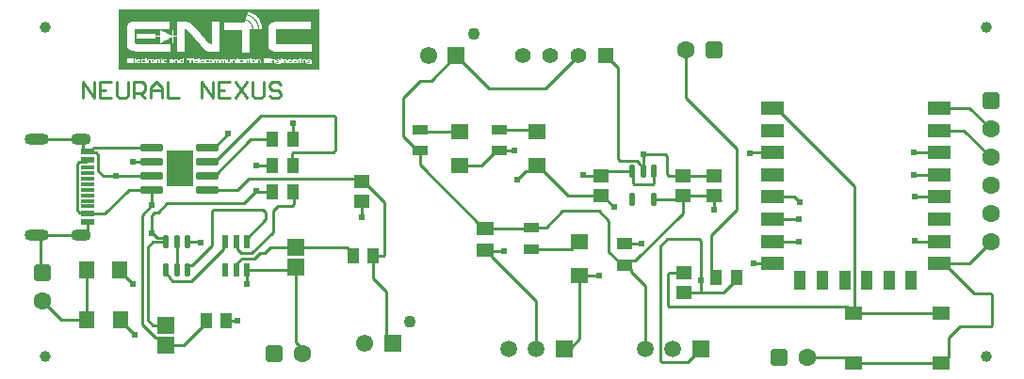
<source format=gtl>
%FSTAX23Y23*%
%MOIN*%
%SFA1B1*%

%IPPOS*%
%AMD31*
4,1,8,0.011600,-0.018000,0.011600,0.018000,0.005800,0.023800,-0.005800,0.023800,-0.011600,0.018000,-0.011600,-0.018000,-0.005800,-0.023800,0.005800,-0.023800,0.011600,-0.018000,0.0*
1,1,0.011614,0.005800,-0.018000*
1,1,0.011614,0.005800,0.018000*
1,1,0.011614,-0.005800,0.018000*
1,1,0.011614,-0.005800,-0.018000*
%
%AMD33*
4,1,8,0.035800,0.011800,-0.035800,0.011800,-0.038800,0.008900,-0.038800,-0.008900,-0.035800,-0.011800,0.035800,-0.011800,0.038800,-0.008900,0.038800,0.008900,0.035800,0.011800,0.0*
1,1,0.005906,0.035800,0.008900*
1,1,0.005906,-0.035800,0.008900*
1,1,0.005906,-0.035800,-0.008900*
1,1,0.005906,0.035800,-0.008900*
%
%AMD51*
4,1,8,0.043300,0.000000,0.043300,0.000000,0.023600,0.019700,-0.023600,0.019700,-0.043300,0.000000,-0.043300,0.000000,-0.023600,-0.019700,0.023600,-0.019700,0.043300,0.000000,0.0*
1,1,0.039370,0.023600,0.000000*
1,1,0.039370,0.023600,0.000000*
1,1,0.039370,-0.023600,0.000000*
1,1,0.039370,-0.023600,0.000000*
%
%AMD52*
4,1,8,0.035400,0.000000,0.035400,0.000000,0.015700,0.019700,-0.015700,0.019700,-0.035400,0.000000,-0.035400,0.000000,-0.015700,-0.019700,0.015700,-0.019700,0.035400,0.000000,0.0*
1,1,0.039370,0.015700,0.000000*
1,1,0.039370,0.015700,0.000000*
1,1,0.039370,-0.015700,0.000000*
1,1,0.039370,-0.015700,0.000000*
%
%AMD64*
4,1,8,0.015700,0.031500,-0.015700,0.031500,-0.031500,0.015700,-0.031500,-0.015700,-0.015700,-0.031500,0.015700,-0.031500,0.031500,-0.015700,0.031500,0.015700,0.015700,0.031500,0.0*
1,1,0.031496,0.015700,0.015700*
1,1,0.031496,-0.015700,0.015700*
1,1,0.031496,-0.015700,-0.015700*
1,1,0.031496,0.015700,-0.015700*
%
%AMD68*
4,1,8,0.031500,-0.015700,0.031500,0.015700,0.015700,0.031500,-0.015700,0.031500,-0.031500,0.015700,-0.031500,-0.015700,-0.015700,-0.031500,0.015700,-0.031500,0.031500,-0.015700,0.0*
1,1,0.031496,0.015700,-0.015700*
1,1,0.031496,0.015700,0.015700*
1,1,0.031496,-0.015700,0.015700*
1,1,0.031496,-0.015700,-0.015700*
%
%ADD13C,0.010000*%
%ADD18R,0.043307X0.066929*%
%ADD19R,0.078740X0.047244*%
%ADD20R,0.045275X0.023622*%
%ADD21R,0.045275X0.011811*%
%ADD22R,0.057087X0.045275*%
%ADD23R,0.039764X0.054331*%
%ADD24R,0.054331X0.039764*%
%ADD25R,0.039370X0.053150*%
%ADD26R,0.023228X0.047638*%
%ADD27R,0.061024X0.051181*%
%ADD28R,0.054331X0.036220*%
%ADD29R,0.062992X0.055118*%
%ADD30R,0.059441X0.051421*%
G04~CAMADD=31~8~0.0~0.0~476.4~232.3~58.1~0.0~15~0.0~0.0~0.0~0.0~0~0.0~0.0~0.0~0.0~0~0.0~0.0~0.0~270.0~232.0~476.0*
%ADD31D31*%
%ADD32R,0.061268X0.059236*%
G04~CAMADD=33~8~0.0~0.0~775.6~236.2~29.5~0.0~15~0.0~0.0~0.0~0.0~0~0.0~0.0~0.0~0.0~0~0.0~0.0~0.0~0.0~775.6~236.2*
%ADD33D33*%
%ADD34R,0.055118X0.062992*%
G04~CAMADD=51~8~0.0~0.0~393.7~866.1~196.9~0.0~15~0.0~0.0~0.0~0.0~0~0.0~0.0~0.0~0.0~0~0.0~0.0~0.0~270.0~866.0~394.0*
%ADD51D51*%
G04~CAMADD=52~8~0.0~0.0~393.7~708.7~196.9~0.0~15~0.0~0.0~0.0~0.0~0~0.0~0.0~0.0~0.0~0~0.0~0.0~0.0~270.0~707.0~393.0*
%ADD52D52*%
%ADD56R,0.061024X0.061024*%
%ADD57C,0.061024*%
%ADD58C,0.043307*%
%ADD59R,0.055118X0.055118*%
%ADD60C,0.055118*%
%ADD62R,0.095000X0.130000*%
%ADD63C,0.039370*%
G04~CAMADD=64~8~0.0~0.0~629.9~629.9~157.5~0.0~15~0.0~0.0~0.0~0.0~0~0.0~0.0~0.0~0.0~0~0.0~0.0~0.0~0.0~629.9~629.9*
%ADD64D64*%
%ADD65C,0.062992*%
%ADD66C,0.059370*%
%ADD67R,0.059370X0.059370*%
G04~CAMADD=68~8~0.0~0.0~629.9~629.9~157.5~0.0~15~0.0~0.0~0.0~0.0~0~0.0~0.0~0.0~0.0~0~0.0~0.0~0.0~270.0~630.0~630.0*
%ADD68D68*%
%ADD69C,0.024000*%
%LNflowmeter-1*%
%LPD*%
G36*
X01073Y01333D02*
Y01332D01*
Y01331*
Y01331*
Y0133*
Y01329*
Y01328*
Y01328*
Y01327*
Y01326*
Y01325*
Y01325*
Y01324*
Y01323*
Y01322*
Y01321*
Y01321*
Y0132*
Y01319*
Y01318*
Y01318*
Y01317*
Y01316*
Y01315*
Y01315*
Y01314*
Y01313*
Y01312*
Y01312*
Y01311*
Y0131*
Y01309*
Y01309*
Y01308*
Y01307*
Y01306*
Y01306*
Y01305*
Y01304*
Y01303*
Y01303*
Y01302*
Y01301*
Y013*
Y013*
Y01299*
Y01298*
Y01297*
Y01296*
Y01296*
Y01295*
Y01294*
Y01293*
Y01293*
Y01292*
Y01291*
Y0129*
Y0129*
Y01289*
Y01288*
Y01287*
Y01287*
Y01286*
Y01285*
Y01284*
Y01284*
Y01283*
Y01282*
Y01281*
Y01281*
Y0128*
Y01279*
Y01278*
Y01278*
Y01277*
Y01276*
Y01275*
Y01274*
Y01274*
Y01273*
Y01272*
Y01271*
Y01271*
Y0127*
Y01269*
Y01268*
Y01268*
Y01267*
Y01266*
Y01265*
Y01265*
Y01264*
Y01263*
Y01262*
Y01262*
Y01261*
Y0126*
Y01259*
Y01259*
Y01258*
Y01257*
Y01256*
Y01256*
Y01255*
Y01254*
Y01253*
Y01253*
Y01252*
Y01251*
Y0125*
Y01249*
Y01249*
Y01248*
Y01247*
Y01246*
Y01246*
Y01245*
Y01244*
Y01243*
Y01243*
Y01242*
Y01241*
Y0124*
Y0124*
Y01239*
Y01238*
Y01237*
Y01237*
Y01236*
Y01235*
Y01234*
Y01234*
Y01233*
Y01232*
Y01231*
Y01231*
Y0123*
Y01229*
Y01228*
Y01227*
Y01227*
Y01226*
Y01225*
Y01224*
Y01224*
Y01223*
Y01222*
Y01221*
Y01221*
Y0122*
Y01219*
Y01218*
Y01218*
Y01217*
Y01216*
Y01215*
Y01215*
Y01214*
Y01213*
Y01212*
Y01212*
Y01211*
Y0121*
Y01209*
Y01209*
Y01208*
Y01207*
Y01206*
Y01206*
Y01205*
Y01204*
Y01203*
Y01202*
Y01202*
Y01201*
Y012*
Y01199*
Y01199*
Y01198*
Y01197*
Y01196*
Y01196*
Y01195*
Y01194*
Y01193*
Y01193*
Y01192*
Y01191*
Y0119*
Y0119*
Y01189*
Y01188*
Y01187*
Y01187*
Y01186*
Y01185*
Y01184*
Y01184*
Y01183*
Y01182*
Y01181*
Y0118*
Y0118*
Y01179*
Y01178*
Y01177*
Y01177*
Y01176*
Y01175*
Y01174*
Y01174*
Y01173*
Y01172*
Y01171*
Y01171*
Y0117*
Y01169*
Y01168*
Y01168*
Y01167*
Y01166*
Y01165*
Y01165*
Y01164*
Y01163*
Y01162*
Y01162*
Y01161*
Y0116*
Y01159*
Y01159*
Y01158*
Y01157*
Y01156*
Y01155*
Y01155*
Y01154*
Y01153*
Y01152*
Y01152*
Y01151*
Y0115*
Y01149*
Y01149*
Y01148*
Y01147*
Y01146*
Y01146*
Y01145*
Y01144*
Y01143*
Y01143*
Y01142*
Y01141*
Y0114*
Y0114*
Y01139*
Y01138*
Y01137*
Y01137*
Y01136*
Y01135*
Y01134*
Y01133*
Y01133*
Y01132*
Y01131*
Y0113*
Y0113*
Y01129*
Y01128*
Y01127*
Y01127*
Y01126*
Y01125*
Y01124*
Y01124*
Y01123*
Y01122*
Y01121*
Y01121*
Y0112*
X00364*
Y01121*
Y01121*
Y01122*
Y01123*
Y01124*
Y01124*
Y01125*
Y01126*
Y01127*
Y01127*
Y01128*
Y01129*
Y0113*
Y0113*
Y01131*
Y01132*
Y01133*
Y01133*
Y01134*
Y01135*
Y01136*
Y01137*
Y01137*
Y01138*
Y01139*
Y0114*
Y0114*
Y01141*
Y01142*
Y01143*
Y01143*
Y01144*
Y01145*
Y01146*
Y01146*
Y01147*
Y01148*
Y01149*
Y01149*
Y0115*
Y01151*
Y01152*
Y01152*
Y01153*
Y01154*
Y01155*
Y01155*
Y01156*
Y01157*
Y01158*
Y01159*
Y01159*
Y0116*
Y01161*
Y01162*
Y01162*
Y01163*
Y01164*
Y01165*
Y01165*
Y01166*
Y01167*
Y01168*
Y01168*
Y01169*
Y0117*
Y01171*
Y01171*
Y01172*
Y01173*
Y01174*
Y01174*
Y01175*
Y01176*
Y01177*
Y01177*
Y01178*
Y01179*
Y0118*
Y0118*
Y01181*
Y01182*
Y01183*
Y01184*
Y01184*
Y01185*
Y01186*
Y01187*
Y01187*
Y01188*
Y01189*
Y0119*
Y0119*
Y01191*
Y01192*
Y01193*
Y01193*
Y01194*
Y01195*
Y01196*
Y01196*
Y01197*
Y01198*
Y01199*
Y01199*
Y012*
Y01201*
Y01202*
Y01202*
Y01203*
Y01204*
Y01205*
Y01206*
Y01206*
Y01207*
Y01208*
Y01209*
Y01209*
Y0121*
Y01211*
Y01212*
Y01212*
Y01213*
Y01214*
Y01215*
Y01215*
Y01216*
Y01217*
Y01218*
Y01218*
Y01219*
Y0122*
Y01221*
Y01221*
Y01222*
Y01223*
Y01224*
Y01224*
Y01225*
Y01226*
Y01227*
Y01227*
Y01228*
Y01229*
Y0123*
Y01231*
Y01231*
Y01232*
Y01233*
Y01234*
Y01234*
Y01235*
Y01236*
Y01237*
Y01237*
Y01238*
Y01239*
Y0124*
Y0124*
Y01241*
Y01242*
Y01243*
Y01243*
Y01244*
Y01245*
Y01246*
Y01246*
Y01247*
Y01248*
Y01249*
Y01249*
Y0125*
Y01251*
Y01252*
Y01253*
Y01253*
Y01254*
Y01255*
Y01256*
Y01256*
Y01257*
Y01258*
Y01259*
Y01259*
Y0126*
Y01261*
Y01262*
Y01262*
Y01263*
Y01264*
Y01265*
Y01265*
Y01266*
Y01267*
Y01268*
Y01268*
Y01269*
Y0127*
Y01271*
Y01271*
Y01272*
Y01273*
Y01274*
Y01274*
Y01275*
Y01276*
Y01277*
Y01278*
Y01278*
Y01279*
Y0128*
Y01281*
Y01281*
Y01282*
Y01283*
Y01284*
Y01284*
Y01285*
Y01286*
Y01287*
Y01287*
Y01288*
Y01289*
Y0129*
Y0129*
Y01291*
Y01292*
Y01293*
Y01293*
Y01294*
Y01295*
Y01296*
Y01296*
Y01297*
Y01298*
Y01299*
Y013*
Y013*
Y01301*
Y01302*
Y01303*
Y01303*
Y01304*
Y01305*
Y01306*
Y01306*
Y01307*
Y01308*
Y01309*
Y01309*
Y0131*
Y01311*
Y01312*
Y01312*
Y01313*
Y01314*
Y01315*
Y01315*
Y01316*
Y01317*
Y01318*
Y01318*
Y01319*
Y0132*
Y01321*
Y01321*
Y01322*
Y01323*
Y01324*
Y01325*
Y01325*
Y01326*
Y01327*
Y01328*
Y01328*
Y01329*
Y0133*
Y01331*
Y01331*
Y01332*
Y01333*
Y01334*
X01073*
Y01333*
G37*
%LNflowmeter-2*%
%LPC*%
G36*
X00826Y01325D02*
X00822D01*
Y01324*
Y01323*
X00822*
Y01322*
Y01321*
Y01321*
Y0132*
X00821*
Y01319*
Y01318*
X0082*
Y01318*
Y01317*
Y01316*
Y01315*
X00822*
Y01315*
X00825*
Y01314*
X00826*
Y01313*
X00827*
Y01312*
X0083*
Y01312*
X00831*
Y01311*
X00832*
Y0131*
X00834*
Y01309*
X00835*
Y01309*
X00836*
Y01308*
X00838*
Y01307*
X00838*
Y01306*
X0084*
Y01306*
X00841*
Y01305*
X00841*
Y01304*
X00842*
Y01303*
X00843*
Y01303*
X00844*
Y01302*
X00845*
Y01301*
Y013*
X00846*
Y013*
X00847*
Y01299*
X00847*
Y01298*
X00848*
Y01297*
X00849*
Y01296*
X0085*
Y01296*
X0085*
Y01295*
X00851*
Y01294*
X00852*
Y01293*
Y01293*
X00853*
Y01292*
Y01291*
X00854*
Y0129*
X00854*
Y0129*
Y01289*
Y01288*
X00855*
Y01287*
X00856*
Y01287*
Y01286*
X00857*
Y01285*
Y01284*
Y01284*
X00857*
Y01283*
Y01282*
X00858*
Y01281*
Y01281*
X00859*
Y0128*
Y01279*
Y01278*
Y01278*
X0086*
Y01277*
Y01276*
Y01275*
X0086*
Y01274*
Y01274*
Y01273*
Y01272*
Y01271*
Y01271*
Y0127*
Y01269*
Y01268*
Y01268*
X00861*
Y01267*
Y01266*
Y01265*
Y01265*
Y01264*
X00862*
Y01263*
X00871*
Y01264*
X00872*
Y01265*
Y01265*
Y01266*
Y01267*
Y01268*
Y01268*
Y01269*
Y0127*
Y01271*
Y01271*
X00871*
Y01272*
X00872*
Y01273*
Y01274*
X00871*
Y01274*
Y01275*
Y01276*
X0087*
Y01277*
Y01278*
Y01278*
Y01279*
Y0128*
Y01281*
X00869*
Y01281*
Y01282*
Y01283*
X00869*
Y01284*
Y01284*
X00868*
Y01285*
Y01286*
Y01287*
Y01287*
X00867*
Y01288*
X00866*
Y01289*
Y0129*
Y0129*
X00866*
Y01291*
Y01292*
X00865*
Y01293*
X00864*
Y01293*
Y01294*
X00863*
Y01295*
Y01296*
X00863*
Y01296*
X00862*
Y01297*
Y01298*
X00861*
Y01299*
X0086*
Y013*
Y013*
X0086*
Y01301*
Y01302*
X00859*
Y01303*
X00858*
Y01303*
X00857*
Y01304*
X00857*
Y01305*
X00856*
Y01306*
X00855*
Y01306*
X00854*
Y01307*
X00854*
Y01308*
X00853*
Y01309*
X00852*
Y01309*
X00851*
Y0131*
X0085*
Y01311*
X0085*
Y01312*
X00849*
Y01312*
X00848*
Y01313*
X00847*
Y01314*
X00846*
Y01315*
X00844*
Y01315*
X00843*
Y01316*
X00842*
Y01317*
X00841*
Y01318*
X00839*
Y01318*
X00838*
Y01319*
X00837*
Y0132*
X00835*
Y01321*
X00834*
Y01321*
X00832*
Y01322*
X0083*
Y01323*
X00829*
Y01324*
X00826*
Y01325*
G37*
G36*
X00821Y01312D02*
X00818D01*
Y01311*
X00817*
Y0131*
Y01309*
Y01309*
Y01308*
Y01307*
X00816*
Y01306*
Y01306*
X00816*
Y01305*
Y01304*
X00815*
Y01303*
X00816*
Y01303*
X00815*
Y01302*
Y01301*
X00814*
Y013*
Y013*
X00813*
Y01299*
Y01298*
X00816*
Y01297*
X00818*
Y01296*
X00819*
Y01296*
X00821*
Y01295*
X00822*
Y01294*
X00824*
Y01293*
X00825*
Y01293*
X00826*
Y01292*
X00827*
Y01291*
X00829*
Y0129*
X00829*
Y0129*
X0083*
Y01289*
X00831*
Y01288*
X00832*
Y01287*
X00832*
Y01287*
X00833*
Y01286*
X00834*
Y01285*
Y01284*
X00835*
Y01284*
X00835*
Y01283*
Y01282*
X00836*
Y01281*
Y01281*
X00837*
Y0128*
X00838*
Y01279*
Y01278*
X00838*
Y01278*
Y01277*
Y01276*
X00839*
Y01275*
Y01274*
X0084*
Y01274*
Y01273*
Y01272*
Y01271*
Y01271*
Y0127*
X00841*
Y01269*
Y01268*
Y01268*
Y01267*
Y01266*
Y01265*
Y01265*
X00841*
Y01264*
Y01263*
X00856*
Y01264*
X00857*
Y01265*
X00857*
Y01265*
Y01266*
Y01267*
X00857*
Y01268*
Y01268*
Y01269*
Y0127*
Y01271*
Y01271*
Y01272*
Y01273*
X00856*
Y01274*
Y01274*
Y01275*
Y01276*
Y01277*
X00855*
Y01278*
Y01278*
Y01279*
X00854*
Y0128*
Y01281*
Y01281*
X00854*
Y01282*
Y01283*
Y01284*
X00853*
Y01284*
X00852*
Y01285*
Y01286*
X00851*
Y01287*
Y01287*
X0085*
Y01288*
Y01289*
X0085*
Y0129*
Y0129*
X00849*
Y01291*
Y01292*
X00848*
Y01293*
X00847*
Y01293*
X00847*
Y01294*
X00846*
Y01295*
X00845*
Y01296*
X00844*
Y01296*
X00844*
Y01297*
X00843*
Y01298*
Y01299*
X00842*
Y013*
X00841*
Y013*
X0084*
Y01301*
X00839*
Y01302*
X00838*
Y01303*
X00838*
Y01303*
X00837*
Y01304*
X00835*
Y01305*
X00834*
Y01306*
X00832*
Y01306*
X00832*
Y01307*
X0083*
Y01308*
X00829*
Y01309*
X00827*
Y01309*
X00825*
Y0131*
X00824*
Y01311*
X00821*
Y01312*
G37*
G36*
X00722Y0129D02*
X00695D01*
Y01289*
X00694*
Y01288*
Y01287*
Y01287*
Y01286*
Y01285*
Y01284*
Y01284*
Y01283*
Y01282*
Y01281*
Y01281*
Y0128*
Y01279*
Y01278*
Y01278*
Y01277*
Y01276*
Y01275*
Y01274*
Y01274*
Y01273*
Y01272*
Y01271*
Y01271*
Y0127*
Y01269*
Y01268*
Y01268*
Y01267*
Y01266*
Y01265*
Y01265*
Y01264*
Y01263*
Y01262*
Y01262*
Y01261*
Y0126*
Y01259*
Y01259*
Y01258*
Y01257*
Y01256*
Y01256*
Y01255*
Y01254*
Y01253*
Y01253*
Y01252*
Y01251*
Y0125*
Y01249*
Y01249*
Y01248*
Y01247*
Y01246*
Y01246*
Y01245*
Y01244*
Y01243*
Y01243*
Y01242*
Y01241*
Y0124*
Y0124*
Y01239*
Y01238*
Y01237*
Y01237*
Y01236*
Y01235*
Y01234*
Y01234*
Y01233*
Y01232*
Y01231*
Y01231*
Y0123*
Y01229*
Y01228*
Y01227*
Y01227*
Y01226*
Y01225*
Y01224*
Y01224*
Y01223*
Y01222*
Y01221*
Y01221*
Y0122*
Y01219*
Y01218*
Y01218*
Y01217*
Y01216*
Y01215*
Y01215*
Y01214*
Y01213*
Y01212*
Y01212*
Y01211*
Y0121*
Y01209*
X00691*
Y0121*
X00689*
Y01211*
X00687*
Y01212*
X00686*
Y01212*
X00685*
Y01213*
X00684*
Y01214*
X00683*
Y01215*
X00682*
Y01215*
X00681*
Y01216*
X00681*
Y01217*
X0068*
Y01218*
X00679*
Y01218*
X00678*
Y01219*
X00678*
Y0122*
X00677*
Y01221*
X00676*
Y01221*
Y01222*
X00675*
Y01223*
X00675*
Y01224*
X00674*
Y01224*
X00673*
Y01225*
X00672*
Y01226*
Y01227*
X00672*
Y01227*
X00671*
Y01228*
X0067*
Y01229*
X00669*
Y0123*
X00669*
Y01231*
X00668*
Y01231*
Y01232*
X00667*
Y01233*
X00666*
Y01234*
X00666*
Y01234*
X00665*
Y01235*
X00664*
Y01236*
X00663*
Y01237*
X00662*
Y01237*
X00662*
Y01238*
X00661*
Y01239*
Y0124*
X0066*
Y0124*
X00659*
Y01241*
X00659*
Y01242*
X00658*
Y01243*
X00657*
Y01243*
Y01244*
X00656*
Y01245*
X00656*
Y01246*
X00655*
Y01246*
X00654*
Y01247*
X00653*
Y01248*
X00653*
Y01249*
X00652*
Y01249*
X00651*
Y0125*
X0065*
Y01251*
Y01252*
X0065*
Y01253*
X00649*
Y01253*
X00648*
Y01254*
X00647*
Y01255*
X00647*
Y01256*
Y01256*
X00646*
Y01257*
X00645*
Y01258*
X00644*
Y01259*
X00644*
Y01259*
X00643*
Y0126*
X00642*
Y01261*
X00641*
Y01262*
Y01262*
X0064*
Y01263*
X0064*
Y01264*
X00639*
Y01265*
X00638*
Y01265*
X00637*
Y01266*
X00637*
Y01267*
X00636*
Y01268*
X00635*
Y01268*
Y01269*
X00634*
Y0127*
X00634*
Y01271*
X00633*
Y01271*
X00632*
Y01272*
X00631*
Y01273*
X00631*
Y01274*
Y01274*
X0063*
Y01275*
X00629*
Y01276*
X00628*
Y01277*
X00628*
Y01278*
X00627*
Y01278*
X00626*
Y01279*
X00625*
Y0128*
X00625*
Y01281*
X00623*
Y01281*
X00622*
Y01282*
X00622*
Y01283*
X0062*
Y01284*
X00619*
Y01284*
X00619*
Y01285*
X00617*
Y01286*
X00615*
Y01287*
X00613*
Y01287*
X00611*
Y01288*
X00609*
Y01289*
X00601*
Y0129*
X0057*
Y01289*
Y01288*
Y01287*
Y01287*
Y01286*
Y01285*
Y01284*
Y01284*
Y01283*
Y01282*
Y01281*
Y01281*
Y0128*
Y01279*
Y01278*
Y01278*
Y01277*
Y01276*
Y01275*
Y01274*
Y01274*
Y01273*
Y01272*
Y01271*
Y01271*
Y0127*
Y01269*
Y01268*
Y01268*
Y01267*
Y01266*
Y01265*
Y01265*
Y01264*
Y01263*
Y01262*
Y01262*
Y01261*
Y0126*
Y01259*
Y01259*
Y01258*
Y01257*
Y01256*
Y01256*
Y01255*
Y01254*
Y01253*
Y01253*
Y01252*
Y01251*
Y0125*
Y01249*
Y01249*
Y01248*
Y01247*
Y01246*
Y01246*
Y01245*
Y01244*
Y01243*
Y01243*
Y01242*
Y01241*
Y0124*
Y0124*
X00557*
Y0124*
Y01241*
Y01242*
Y01243*
Y01243*
Y01244*
Y01245*
Y01246*
Y01246*
Y01247*
Y01248*
Y01249*
Y01249*
Y0125*
Y01251*
Y01252*
Y01253*
Y01253*
Y01254*
Y01255*
Y01256*
Y01256*
Y01257*
Y01258*
Y01259*
Y01259*
Y0126*
X00554*
Y01259*
Y01259*
Y01258*
Y01257*
Y01256*
Y01256*
Y01255*
Y01254*
Y01253*
Y01253*
Y01252*
Y01251*
Y0125*
Y01249*
Y01249*
Y01248*
Y01247*
Y01246*
Y01246*
Y01245*
Y01244*
Y01243*
Y01243*
Y01242*
Y01241*
Y0124*
Y0124*
X00552*
Y0124*
X0055*
Y01241*
X0055*
Y01242*
X00547*
Y01243*
X00546*
Y01243*
X00545*
Y01244*
X00543*
Y01245*
X00542*
Y01246*
X0054*
Y01246*
X00539*
Y01247*
X00537*
Y01248*
X00536*
Y01249*
X00534*
Y01249*
X00533*
Y0125*
X00531*
Y01251*
X0053*
Y01252*
X00528*
Y01253*
X00527*
Y01253*
X00525*
Y01254*
X00525*
Y01255*
X00522*
Y01256*
X00521*
Y01256*
X00519*
Y01257*
X00518*
Y01258*
X00516*
Y01259*
X00515*
Y01259*
X00514*
Y0126*
X00512*
Y01259*
Y01259*
Y01258*
Y01257*
Y01256*
Y01256*
Y01255*
Y01254*
Y01253*
Y01253*
Y01252*
Y01251*
Y0125*
Y01249*
Y01249*
Y01248*
Y01247*
Y01246*
Y01246*
Y01245*
Y01244*
Y01243*
Y01243*
Y01242*
Y01241*
Y0124*
Y0124*
X00496*
Y0124*
Y01241*
Y01242*
Y01243*
Y01243*
Y01244*
Y01245*
Y01246*
Y01246*
Y01247*
Y01248*
X00428*
Y01247*
Y01246*
Y01246*
Y01245*
Y01244*
Y01243*
Y01243*
Y01242*
Y01241*
Y0124*
Y0124*
Y01239*
Y01238*
Y01237*
Y01237*
Y01236*
Y01235*
Y01234*
Y01234*
Y01233*
Y01232*
Y01231*
Y01231*
Y0123*
Y01229*
X00496*
Y0123*
Y01231*
Y01231*
Y01232*
Y01233*
Y01234*
Y01234*
Y01235*
Y01236*
X00512*
Y01235*
Y01234*
Y01234*
Y01233*
Y01232*
Y01231*
Y01231*
Y0123*
Y01229*
Y01228*
Y01227*
Y01227*
Y01226*
Y01225*
Y01224*
Y01224*
Y01223*
Y01222*
Y01221*
Y01221*
Y0122*
Y01219*
Y01218*
Y01218*
Y01217*
Y01216*
Y01215*
X00514*
Y01216*
X00515*
Y01217*
X00517*
Y01218*
X00518*
Y01218*
X00521*
Y01219*
X00521*
Y0122*
X00523*
Y01221*
X00525*
Y01221*
X00526*
Y01222*
X00528*
Y01223*
X00529*
Y01224*
X00531*
Y01224*
X00532*
Y01225*
X00534*
Y01226*
X00535*
Y01227*
X00537*
Y01227*
X00538*
Y01228*
X0054*
Y01229*
X00541*
Y0123*
X00543*
Y01231*
X00544*
Y01231*
X00546*
Y01232*
X00547*
Y01233*
X00548*
Y01234*
X0055*
Y01234*
X00552*
Y01235*
X00553*
Y01236*
X00554*
Y01235*
Y01234*
Y01234*
Y01233*
Y01232*
Y01231*
Y01231*
Y0123*
Y01229*
Y01228*
Y01227*
Y01227*
Y01226*
Y01225*
Y01224*
Y01224*
Y01223*
Y01222*
Y01221*
Y01221*
Y0122*
Y01219*
Y01218*
Y01218*
Y01217*
Y01216*
Y01215*
Y01215*
Y01214*
X00557*
Y01215*
Y01215*
Y01216*
Y01217*
Y01218*
Y01218*
Y01219*
Y0122*
Y01221*
Y01221*
Y01222*
Y01223*
Y01224*
Y01224*
Y01225*
Y01226*
Y01227*
Y01227*
Y01228*
Y01229*
Y0123*
Y01231*
Y01231*
Y01232*
Y01233*
Y01234*
Y01234*
Y01235*
Y01236*
X0057*
Y01235*
Y01234*
Y01234*
Y01233*
Y01232*
Y01231*
Y01231*
Y0123*
Y01229*
Y01228*
Y01227*
Y01227*
Y01226*
Y01225*
Y01224*
Y01224*
Y01223*
Y01222*
Y01221*
Y01221*
Y0122*
Y01219*
Y01218*
Y01218*
Y01217*
Y01216*
Y01215*
Y01215*
Y01214*
Y01213*
Y01212*
Y01212*
Y01211*
Y0121*
Y01209*
Y01209*
Y01208*
Y01207*
Y01206*
Y01206*
Y01205*
Y01204*
Y01203*
Y01202*
Y01202*
Y01201*
Y012*
Y01199*
Y01199*
Y01198*
Y01197*
Y01196*
Y01196*
Y01195*
Y01194*
Y01193*
Y01193*
Y01192*
Y01191*
Y0119*
Y0119*
Y01189*
Y01188*
Y01187*
Y01187*
Y01186*
Y01185*
Y01184*
Y01184*
X00571*
Y01183*
X00597*
Y01184*
Y01184*
Y01185*
Y01186*
Y01187*
Y01187*
Y01188*
Y01189*
Y0119*
Y0119*
Y01191*
Y01192*
Y01193*
Y01193*
Y01194*
Y01195*
Y01196*
Y01196*
Y01197*
Y01198*
Y01199*
Y01199*
Y012*
Y01201*
Y01202*
Y01202*
Y01203*
Y01204*
Y01205*
Y01206*
Y01206*
Y01207*
Y01208*
Y01209*
Y01209*
Y0121*
Y01211*
Y01212*
Y01212*
Y01213*
Y01214*
Y01215*
Y01215*
Y01216*
Y01217*
Y01218*
Y01218*
Y01219*
Y0122*
Y01221*
Y01221*
Y01222*
Y01223*
Y01224*
Y01224*
Y01225*
Y01226*
Y01227*
Y01227*
Y01228*
Y01229*
Y0123*
Y01231*
Y01231*
Y01232*
Y01233*
Y01234*
Y01234*
Y01235*
Y01236*
Y01237*
Y01237*
Y01238*
Y01239*
Y0124*
Y0124*
Y01241*
Y01242*
Y01243*
Y01243*
Y01244*
Y01245*
Y01246*
Y01246*
Y01247*
Y01248*
Y01249*
Y01249*
Y0125*
Y01251*
Y01252*
Y01253*
Y01253*
Y01254*
Y01255*
Y01256*
Y01256*
Y01257*
Y01258*
Y01259*
Y01259*
Y0126*
Y01261*
Y01262*
Y01262*
Y01263*
Y01264*
X00599*
Y01263*
X00603*
Y01262*
X00604*
Y01262*
X00606*
Y01261*
X00606*
Y0126*
X00608*
Y01259*
X00609*
Y01259*
X00609*
Y01258*
X0061*
Y01257*
X00612*
Y01256*
Y01256*
X00612*
Y01255*
X00613*
Y01254*
X00614*
Y01253*
Y01253*
X00615*
Y01252*
X00615*
Y01251*
X00616*
Y0125*
X00617*
Y01249*
X00618*
Y01249*
Y01248*
X00619*
Y01247*
X0062*
Y01246*
Y01246*
X00621*
Y01245*
X00622*
Y01244*
X00622*
Y01243*
X00623*
Y01243*
X00624*
Y01242*
Y01241*
X00625*
Y0124*
X00625*
Y0124*
X00626*
Y01239*
X00627*
Y01238*
X00628*
Y01237*
Y01237*
X00628*
Y01236*
X00629*
Y01235*
X0063*
Y01234*
X00631*
Y01234*
X00631*
Y01233*
Y01232*
X00633*
Y01231*
X00634*
Y01231*
Y0123*
X00634*
Y01229*
X00635*
Y01228*
X00636*
Y01227*
X00637*
Y01227*
X00637*
Y01226*
Y01225*
X00638*
Y01224*
X00639*
Y01224*
X0064*
Y01223*
X0064*
Y01222*
X00641*
Y01221*
Y01221*
X00642*
Y0122*
X00643*
Y01219*
X00644*
Y01218*
Y01218*
X00645*
Y01217*
X00646*
Y01216*
X00647*
Y01215*
X00647*
Y01215*
Y01214*
X00648*
Y01213*
X00649*
Y01212*
X0065*
Y01212*
X0065*
Y01211*
X00651*
Y0121*
Y01209*
X00652*
Y01209*
X00653*
Y01208*
X00653*
Y01207*
Y01206*
X00655*
Y01206*
Y01205*
X00656*
Y01204*
X00657*
Y01203*
Y01202*
Y01202*
X00659*
Y01201*
X00659*
Y012*
X0066*
Y01199*
X00661*
Y01199*
Y01198*
Y01197*
X00662*
Y01196*
X00663*
Y01196*
X00664*
Y01195*
X00665*
Y01194*
X00666*
Y01193*
X00666*
Y01193*
X00667*
Y01192*
X00669*
Y01191*
X00669*
Y0119*
X0067*
Y0119*
X00672*
Y01189*
X00672*
Y01188*
X00674*
Y01187*
X00676*
Y01187*
X00677*
Y01186*
X00679*
Y01185*
X00682*
Y01184*
X00687*
Y01184*
X0069*
Y01183*
X00721*
Y01184*
X00722*
Y01184*
Y01185*
Y01186*
Y01187*
Y01187*
Y01188*
Y01189*
Y0119*
Y0119*
Y01191*
Y01192*
Y01193*
Y01193*
Y01194*
Y01195*
Y01196*
Y01196*
Y01197*
Y01198*
Y01199*
Y01199*
Y012*
Y01201*
Y01202*
Y01202*
Y01203*
Y01204*
Y01205*
Y01206*
Y01206*
Y01207*
Y01208*
Y01209*
Y01209*
Y0121*
Y01211*
Y01212*
Y01212*
Y01213*
Y01214*
Y01215*
Y01215*
Y01216*
Y01217*
Y01218*
Y01218*
Y01219*
Y0122*
Y01221*
Y01221*
Y01222*
Y01223*
Y01224*
Y01224*
Y01225*
Y01226*
Y01227*
Y01227*
Y01228*
Y01229*
Y0123*
Y01231*
Y01231*
Y01232*
Y01233*
Y01234*
Y01234*
Y01235*
Y01236*
Y01237*
Y01237*
Y01238*
Y01239*
Y0124*
Y0124*
Y01241*
Y01242*
Y01243*
Y01243*
Y01244*
Y01245*
Y01246*
Y01246*
Y01247*
Y01248*
Y01249*
Y01249*
Y0125*
Y01251*
Y01252*
Y01253*
Y01253*
Y01254*
Y01255*
Y01256*
Y01256*
Y01257*
Y01258*
Y01259*
Y01259*
Y0126*
Y01261*
Y01262*
Y01262*
Y01263*
Y01264*
Y01265*
Y01265*
Y01266*
Y01267*
Y01268*
Y01268*
Y01269*
Y0127*
Y01271*
Y01271*
Y01272*
Y01273*
Y01274*
Y01274*
Y01275*
Y01276*
Y01277*
Y01278*
Y01278*
Y01279*
Y0128*
Y01281*
Y01281*
Y01282*
Y01283*
Y01284*
Y01284*
Y01285*
Y01286*
Y01287*
Y01287*
Y01288*
Y01289*
Y0129*
G37*
G36*
X00546Y01291D02*
X00415D01*
Y0129*
X00412*
Y0129*
X00411*
Y01289*
X00408*
Y01288*
X00406*
Y01287*
X00405*
Y01287*
X00403*
Y01286*
X00402*
Y01285*
X00402*
Y01284*
X00401*
Y01284*
X004*
Y01283*
X00399*
Y01282*
Y01281*
X00398*
Y01281*
X00397*
Y0128*
Y01279*
Y01278*
X00396*
Y01278*
X00396*
Y01277*
X00396*
Y01276*
Y01275*
Y01274*
X00395*
Y01274*
Y01273*
X00394*
Y01272*
Y01271*
Y01271*
Y0127*
Y01269*
Y01268*
Y01268*
Y01267*
Y01266*
Y01265*
Y01265*
Y01264*
Y01263*
Y01262*
Y01262*
Y01261*
Y0126*
Y01259*
Y01259*
Y01258*
Y01257*
Y01256*
Y01256*
Y01255*
Y01254*
Y01253*
Y01253*
Y01252*
Y01251*
Y0125*
Y01249*
Y01249*
Y01248*
Y01247*
Y01246*
Y01246*
Y01245*
Y01244*
Y01243*
Y01243*
Y01242*
Y01241*
Y0124*
Y0124*
Y01239*
Y01238*
Y01237*
Y01237*
Y01236*
Y01235*
Y01234*
Y01234*
Y01233*
Y01232*
Y01231*
Y01231*
Y0123*
Y01229*
Y01228*
Y01227*
Y01227*
Y01226*
Y01225*
Y01224*
Y01224*
Y01223*
Y01222*
Y01221*
Y01221*
Y0122*
Y01219*
Y01218*
Y01218*
Y01217*
Y01216*
Y01215*
Y01215*
Y01214*
Y01213*
Y01212*
Y01212*
Y01211*
Y0121*
Y01209*
Y01209*
Y01208*
Y01207*
Y01206*
Y01206*
Y01205*
Y01204*
Y01203*
X00395*
Y01202*
X00396*
Y01202*
Y01201*
X00396*
Y012*
X00396*
Y01199*
X00396*
Y01199*
Y01198*
X00397*
Y01197*
X00398*
Y01196*
Y01196*
X00399*
Y01195*
X00399*
Y01194*
X004*
Y01193*
X00401*
Y01193*
X00402*
Y01192*
X00402*
Y01191*
X00404*
Y0119*
X00405*
Y0119*
X00406*
Y01189*
X00408*
Y01188*
X00409*
Y01187*
X00413*
Y01187*
X00415*
Y01186*
X00421*
Y01185*
X00547*
Y01186*
Y01187*
Y01187*
Y01188*
Y01189*
Y0119*
Y0119*
Y01191*
Y01192*
Y01193*
Y01193*
Y01194*
Y01195*
Y01196*
Y01196*
Y01197*
Y01198*
Y01199*
Y01199*
Y012*
Y01201*
Y01202*
Y01202*
Y01203*
Y01204*
Y01205*
Y01206*
Y01206*
Y01207*
Y01208*
Y01209*
Y01209*
Y0121*
Y01211*
X00424*
Y01212*
X00423*
Y01212*
X00422*
Y01213*
X00421*
Y01214*
Y01215*
Y01215*
Y01216*
Y01217*
Y01218*
Y01218*
Y01219*
Y0122*
Y01221*
Y01221*
Y01222*
Y01223*
Y01224*
Y01224*
Y01225*
Y01226*
Y01227*
Y01227*
Y01228*
Y01229*
Y0123*
Y01231*
Y01231*
Y01232*
Y01233*
Y01234*
Y01234*
Y01235*
Y01236*
Y01237*
Y01237*
Y01238*
Y01239*
Y0124*
Y0124*
Y01241*
Y01242*
Y01243*
Y01243*
Y01244*
Y01245*
Y01246*
Y01246*
Y01247*
Y01248*
Y01249*
Y01249*
Y0125*
Y01251*
Y01252*
Y01253*
Y01253*
Y01254*
Y01255*
Y01256*
Y01256*
Y01257*
Y01258*
Y01259*
Y01259*
Y0126*
Y01261*
Y01262*
Y01262*
Y01263*
X00422*
Y01264*
X00421*
Y01265*
X00423*
Y01265*
X00546*
Y01266*
Y01267*
Y01268*
Y01268*
Y01269*
Y0127*
Y01271*
Y01271*
Y01272*
Y01273*
Y01274*
Y01274*
Y01275*
Y01276*
Y01277*
Y01278*
Y01278*
Y01279*
Y0128*
Y01281*
Y01281*
Y01282*
Y01283*
Y01284*
Y01284*
Y01285*
Y01286*
Y01287*
Y01287*
Y01288*
Y01289*
Y0129*
Y0129*
Y01291*
G37*
G36*
X01046Y0129D02*
X00921D01*
Y01289*
X00913*
Y01288*
X0091*
Y01287*
X00908*
Y01287*
X00906*
Y01286*
X00904*
Y01285*
X00904*
Y01284*
X00902*
Y01284*
X00901*
Y01283*
X00901*
Y01282*
X009*
Y01281*
X00899*
Y01281*
X00898*
Y0128*
X00897*
Y01279*
Y01278*
X00896*
Y01278*
Y01277*
X00895*
Y01276*
Y01275*
Y01274*
X00894*
Y01274*
Y01273*
X00894*
Y01272*
Y01271*
Y01271*
X00893*
Y0127*
Y01269*
Y01268*
Y01268*
Y01267*
Y01266*
Y01265*
Y01265*
Y01264*
Y01263*
Y01262*
Y01262*
Y01261*
Y0126*
Y01259*
Y01259*
Y01258*
Y01257*
Y01256*
Y01256*
Y01255*
Y01254*
Y01253*
Y01253*
Y01252*
Y01251*
Y0125*
Y01249*
Y01249*
Y01248*
Y01247*
Y01246*
Y01246*
Y01245*
Y01244*
Y01243*
Y01243*
Y01242*
Y01241*
Y0124*
Y0124*
Y01239*
Y01238*
Y01237*
Y01237*
Y01236*
Y01235*
Y01234*
Y01234*
Y01233*
Y01232*
Y01231*
Y01231*
Y0123*
Y01229*
Y01228*
Y01227*
Y01227*
Y01226*
Y01225*
Y01224*
Y01224*
Y01223*
Y01222*
Y01221*
Y01221*
Y0122*
Y01219*
Y01218*
Y01218*
Y01217*
Y01216*
Y01215*
Y01215*
Y01214*
Y01213*
Y01212*
Y01212*
Y01211*
Y0121*
Y01209*
Y01209*
Y01208*
Y01207*
X00894*
Y01206*
X00893*
Y01206*
Y01205*
Y01204*
Y01203*
Y01202*
Y01202*
X00894*
Y01201*
Y012*
X00894*
Y01199*
Y01199*
X00895*
Y01198*
Y01197*
X00896*
Y01196*
Y01196*
Y01195*
X00897*
Y01194*
Y01193*
Y01193*
X00898*
Y01192*
X00899*
Y01191*
X009*
Y0119*
X00901*
Y0119*
X00902*
Y01189*
X00904*
Y01188*
X00904*
Y01187*
X00907*
Y01187*
X00908*
Y01186*
X0091*
Y01185*
X00913*
Y01184*
X00916*
Y01184*
X00922*
Y01183*
X01045*
Y01184*
X01047*
Y01184*
Y01185*
Y01186*
Y01187*
Y01187*
Y01188*
Y01189*
Y0119*
Y0119*
Y01191*
Y01192*
Y01193*
Y01193*
Y01194*
Y01195*
Y01196*
Y01196*
Y01197*
Y01198*
Y01199*
Y01199*
Y012*
Y01201*
Y01202*
Y01202*
Y01203*
Y01204*
Y01205*
Y01206*
Y01206*
Y01207*
Y01208*
Y01209*
X01046*
Y01209*
X00923*
Y0121*
X00922*
Y01211*
Y01212*
X00921*
Y01212*
Y01213*
Y01214*
Y01215*
Y01215*
Y01216*
Y01217*
Y01218*
Y01218*
Y01219*
Y0122*
Y01221*
Y01221*
Y01222*
Y01223*
Y01224*
Y01224*
Y01225*
Y01226*
Y01227*
Y01227*
Y01228*
Y01229*
Y0123*
Y01231*
Y01231*
Y01232*
Y01233*
Y01234*
Y01234*
Y01235*
Y01236*
Y01237*
Y01237*
Y01238*
Y01239*
Y0124*
Y0124*
Y01241*
Y01242*
Y01243*
Y01243*
Y01244*
Y01245*
Y01246*
Y01246*
Y01247*
Y01248*
Y01249*
Y01249*
Y0125*
Y01251*
Y01252*
Y01253*
Y01253*
Y01254*
Y01255*
Y01256*
Y01256*
Y01257*
Y01258*
Y01259*
Y01259*
Y0126*
Y01261*
Y01262*
X00922*
Y01262*
Y01263*
X00924*
Y01264*
X01046*
Y01265*
Y01265*
Y01266*
Y01267*
Y01268*
Y01268*
Y01269*
Y0127*
Y01271*
Y01271*
Y01272*
Y01273*
Y01274*
Y01274*
Y01275*
Y01276*
Y01277*
Y01278*
Y01278*
Y01279*
Y0128*
Y01281*
Y01281*
Y01282*
Y01283*
Y01284*
Y01284*
Y01285*
Y01286*
Y01287*
Y01287*
Y01288*
Y01289*
Y0129*
G37*
G36*
X00816Y01294D02*
X00812D01*
Y01293*
X00811*
Y01293*
Y01292*
Y01291*
Y0129*
X0081*
Y0129*
Y01289*
X0081*
Y01288*
Y01287*
Y01287*
X0074*
Y01286*
X00739*
Y01285*
Y01284*
Y01284*
Y01283*
Y01282*
Y01281*
Y01281*
Y0128*
Y01279*
Y01278*
Y01278*
Y01277*
Y01276*
Y01275*
Y01274*
Y01274*
Y01273*
Y01272*
Y01271*
Y01271*
Y0127*
Y01269*
Y01268*
Y01268*
Y01267*
Y01266*
Y01265*
Y01265*
Y01264*
Y01263*
Y01262*
Y01262*
Y01261*
X008*
Y0126*
Y01259*
Y01259*
Y01258*
Y01257*
Y01256*
Y01256*
Y01255*
Y01254*
Y01253*
Y01253*
Y01252*
Y01251*
Y0125*
Y01249*
Y01249*
Y01248*
Y01247*
Y01246*
Y01246*
Y01245*
Y01244*
Y01243*
Y01243*
Y01242*
Y01241*
Y0124*
Y0124*
Y01239*
Y01238*
Y01237*
Y01237*
Y01236*
Y01235*
Y01234*
Y01234*
Y01233*
Y01232*
Y01231*
Y01231*
Y0123*
Y01229*
Y01228*
Y01227*
Y01227*
Y01226*
Y01225*
Y01224*
Y01224*
Y01223*
Y01222*
Y01221*
Y01221*
Y0122*
Y01219*
Y01218*
Y01218*
Y01217*
Y01216*
Y01215*
Y01215*
Y01214*
Y01213*
Y01212*
Y01212*
Y01211*
Y0121*
Y01209*
Y01209*
Y01208*
Y01207*
Y01206*
Y01206*
Y01205*
Y01204*
Y01203*
Y01202*
Y01202*
Y01201*
Y012*
Y01199*
Y01199*
Y01198*
Y01197*
Y01196*
Y01196*
Y01195*
Y01194*
Y01193*
Y01193*
Y01192*
Y01191*
Y0119*
Y0119*
Y01189*
Y01188*
Y01187*
Y01187*
Y01186*
Y01185*
Y01184*
Y01184*
Y01183*
Y01182*
Y01181*
Y0118*
X00828*
Y01181*
X00829*
Y01182*
Y01183*
Y01184*
Y01184*
Y01185*
Y01186*
Y01187*
Y01187*
Y01188*
Y01189*
Y0119*
Y0119*
Y01191*
Y01192*
Y01193*
Y01193*
Y01194*
Y01195*
Y01196*
Y01196*
Y01197*
Y01198*
Y01199*
Y01199*
Y012*
Y01201*
Y01202*
Y01202*
Y01203*
Y01204*
Y01205*
Y01206*
Y01206*
Y01207*
Y01208*
Y01209*
Y01209*
Y0121*
Y01211*
Y01212*
Y01212*
Y01213*
Y01214*
Y01215*
Y01215*
Y01216*
Y01217*
Y01218*
Y01218*
Y01219*
Y0122*
Y01221*
Y01221*
Y01222*
Y01223*
Y01224*
Y01224*
Y01225*
Y01226*
Y01227*
Y01227*
Y01228*
Y01229*
Y0123*
Y01231*
Y01231*
Y01232*
Y01233*
Y01234*
Y01234*
Y01235*
Y01236*
Y01237*
Y01237*
Y01238*
Y01239*
Y0124*
Y0124*
Y01241*
Y01242*
Y01243*
Y01243*
Y01244*
Y01245*
Y01246*
Y01246*
Y01247*
Y01248*
Y01249*
Y01249*
Y0125*
Y01251*
Y01252*
Y01253*
Y01253*
Y01254*
Y01255*
Y01256*
Y01256*
Y01257*
Y01258*
Y01259*
Y01259*
Y0126*
Y01261*
Y01262*
Y01262*
Y01263*
Y01264*
X00837*
Y01265*
X00838*
Y01265*
Y01266*
Y01267*
Y01268*
X00837*
Y01268*
Y01269*
Y0127*
X00836*
Y01271*
Y01271*
Y01272*
Y01273*
X00835*
Y01274*
Y01274*
Y01275*
Y01276*
X00835*
Y01277*
Y01278*
X00834*
Y01278*
X00833*
Y01279*
Y0128*
X00832*
Y01281*
Y01281*
X00832*
Y01282*
X00831*
Y01283*
Y01284*
X00829*
Y01284*
Y01285*
X00829*
Y01286*
X00828*
Y01287*
X00827*
Y01287*
X00826*
Y01288*
X00825*
Y01289*
X00824*
Y0129*
X00823*
Y0129*
X00821*
Y01291*
X0082*
Y01292*
X00819*
Y01293*
X00816*
Y01293*
X00816*
Y01294*
G37*
G36*
X01012Y0116D02*
X01006D01*
Y01159*
Y01159*
Y01158*
Y01157*
X01012*
Y01158*
Y01159*
Y01159*
Y0116*
G37*
G36*
X00944D02*
X00938D01*
Y01159*
Y01159*
Y01158*
Y01157*
X00944*
Y01158*
Y01159*
Y01159*
Y0116*
G37*
G36*
X00833D02*
X00828D01*
Y01159*
Y01159*
Y01158*
Y01157*
X00833*
Y01158*
Y01159*
Y01159*
Y0116*
G37*
G36*
X00787D02*
X00781D01*
Y01159*
Y01159*
Y01158*
Y01157*
X00787*
Y01158*
Y01159*
Y01159*
Y0116*
G37*
G36*
X00518D02*
X00513D01*
Y01159*
Y01159*
Y01158*
Y01157*
X00518*
Y01158*
Y01159*
Y01159*
Y0116*
G37*
G36*
X00826Y01159D02*
X0082D01*
Y01159*
Y01158*
Y01157*
Y01156*
X00819*
Y01155*
X00817*
Y01156*
X00789*
Y01155*
X00788*
Y01155*
X00788*
Y01154*
X00787*
Y01155*
Y01155*
Y01156*
X00781*
Y01155*
Y01155*
X00781*
Y01154*
X00781*
Y01155*
X0078*
Y01155*
X00779*
Y01156*
X00764*
Y01155*
Y01155*
Y01154*
Y01153*
Y01152*
Y01152*
Y01151*
Y0115*
Y01149*
Y01149*
Y01148*
Y01147*
Y01146*
Y01146*
Y01145*
Y01144*
X00769*
Y01145*
Y01146*
Y01146*
Y01147*
Y01148*
Y01149*
Y01149*
Y0115*
Y01151*
Y01152*
X00775*
Y01151*
Y0115*
Y01149*
Y01149*
Y01148*
Y01147*
Y01146*
Y01146*
Y01145*
Y01144*
X00787*
Y01145*
Y01146*
X00788*
Y01145*
X00789*
Y01144*
X00803*
Y01145*
Y01146*
X00803*
Y01145*
X00804*
Y01144*
X00817*
Y01145*
X00818*
Y01146*
X00819*
Y01146*
X00819*
Y01147*
Y01148*
Y01149*
Y01149*
Y0115*
Y01151*
Y01152*
X0082*
Y01151*
Y0115*
Y01149*
Y01149*
Y01148*
Y01147*
Y01146*
Y01146*
Y01145*
Y01144*
X00826*
Y01145*
Y01146*
Y01146*
Y01147*
Y01148*
Y01149*
Y01149*
Y0115*
Y01151*
Y01152*
X00828*
Y01151*
Y0115*
Y01149*
Y01149*
Y01148*
Y01147*
Y01146*
Y01146*
Y01145*
Y01144*
X00833*
Y01145*
Y01146*
Y01146*
Y01147*
Y01148*
Y01149*
Y01149*
Y0115*
Y01151*
Y01152*
Y01152*
Y01153*
Y01154*
Y01155*
Y01155*
Y01156*
X00826*
Y01157*
Y01158*
Y01159*
Y01159*
G37*
G36*
X00866Y01156D02*
X00851D01*
Y01155*
Y01155*
Y01154*
X0085*
Y01155*
X0085*
Y01155*
X00849*
Y01156*
X00836*
Y01155*
X00834*
Y01155*
Y01154*
Y01153*
Y01152*
Y01152*
Y01151*
Y0115*
Y01149*
Y01149*
Y01148*
Y01147*
Y01146*
Y01146*
X00835*
Y01145*
X00835*
Y01144*
X00849*
Y01145*
X0085*
Y01146*
X0085*
Y01146*
X00851*
Y01146*
Y01145*
Y01144*
X00857*
Y01145*
Y01146*
Y01146*
Y01147*
Y01148*
Y01149*
Y01149*
Y0115*
Y01151*
Y01152*
X00863*
Y01151*
Y0115*
Y01149*
Y01149*
Y01148*
Y01147*
Y01146*
Y01146*
Y01145*
Y01144*
X00869*
Y01145*
Y01146*
Y01146*
Y01147*
Y01148*
Y01149*
Y01149*
Y0115*
Y01151*
Y01152*
Y01152*
Y01153*
Y01154*
X00868*
Y01155*
Y01155*
X00866*
Y01156*
G37*
G36*
X00575D02*
X0056D01*
Y01155*
Y01155*
Y01154*
X00559*
Y01155*
Y01155*
X00558*
Y01156*
X00544*
Y01155*
Y01155*
Y01154*
Y01153*
Y01152*
Y01152*
X00545*
Y01151*
X00544*
Y0115*
Y01149*
Y01149*
Y01148*
Y01147*
Y01146*
Y01146*
Y01145*
Y01144*
X00559*
Y01145*
X00559*
Y01146*
Y01146*
X0056*
Y01146*
Y01145*
Y01144*
X00565*
Y01145*
X00566*
Y01146*
Y01146*
Y01147*
Y01148*
Y01149*
Y01149*
Y0115*
Y01151*
Y01152*
X00572*
Y01151*
Y0115*
Y01149*
Y01149*
Y01148*
Y01147*
Y01146*
Y01146*
Y01145*
Y01144*
X00578*
Y01145*
Y01146*
Y01146*
Y01147*
Y01148*
Y01149*
Y01149*
Y0115*
Y01151*
Y01152*
Y01152*
Y01153*
Y01154*
X00577*
Y01155*
Y01155*
X00575*
Y01156*
G37*
G36*
X01045D02*
X01032D01*
Y01155*
X01031*
Y01155*
X0103*
Y01154*
Y01153*
X01029*
Y01154*
Y01155*
X01029*
Y01155*
X01028*
Y01156*
X01013*
Y01155*
Y01155*
Y01154*
Y01153*
Y01152*
Y01152*
Y01151*
Y0115*
Y01149*
Y01149*
Y01148*
Y01147*
Y01146*
Y01146*
Y01145*
Y01144*
X01018*
Y01145*
Y01146*
Y01146*
Y01147*
Y01148*
Y01149*
Y01149*
Y0115*
Y01151*
Y01152*
X01023*
Y01151*
Y0115*
Y01149*
Y01149*
Y01148*
Y01147*
Y01146*
Y01146*
Y01145*
Y01144*
X01029*
Y01145*
X0103*
Y01146*
Y01146*
Y01147*
X01031*
Y01146*
X01032*
Y01146*
X01042*
Y01145*
X01032*
Y01144*
X01031*
Y01143*
Y01143*
Y01142*
Y01141*
Y0114*
X01045*
Y01141*
X01047*
Y01142*
Y01143*
X01048*
Y01143*
Y01144*
Y01145*
Y01146*
Y01146*
Y01147*
Y01148*
Y01149*
Y01149*
Y0115*
Y01151*
Y01152*
Y01152*
Y01153*
Y01154*
Y01155*
X01047*
Y01155*
X01045*
Y01156*
G37*
G36*
X00763D02*
X00757D01*
Y01155*
Y01155*
Y01154*
Y01153*
Y01152*
Y01152*
Y01151*
Y0115*
Y01149*
Y01149*
X00758*
Y01148*
X00752*
Y01149*
Y01149*
Y0115*
Y01151*
Y01152*
Y01152*
Y01153*
Y01154*
Y01155*
Y01155*
X00751*
Y01156*
X00747*
Y01155*
X00746*
Y01155*
Y01154*
X00745*
Y01155*
X00744*
Y01155*
X00744*
Y01156*
X00723*
Y01155*
Y01155*
Y01154*
X00722*
Y01155*
X00722*
Y01155*
X00721*
Y01156*
X007*
Y01155*
Y01155*
Y01154*
X007*
Y01155*
X00699*
Y01155*
X00698*
Y01156*
X00685*
Y01155*
X00684*
Y01155*
Y01154*
X00683*
Y01155*
Y01155*
Y01156*
X00669*
Y01155*
X00668*
Y01155*
Y01154*
X00667*
Y01155*
Y01155*
X00666*
Y01156*
X00653*
Y01155*
X00652*
Y01155*
X00651*
Y01154*
Y01153*
Y01152*
Y01152*
Y01151*
Y0115*
Y01149*
Y01149*
Y01148*
Y01147*
Y01146*
Y01146*
X00652*
Y01145*
X00653*
Y01144*
X00667*
Y01145*
Y01146*
Y01146*
X00668*
Y01146*
X00669*
Y01145*
X00669*
Y01144*
X00683*
Y01145*
Y01146*
X00684*
Y01145*
X00685*
Y01144*
X00698*
Y01145*
X007*
Y01146*
X007*
Y01145*
Y01144*
X00706*
Y01145*
X00706*
Y01146*
Y01146*
Y01147*
Y01148*
Y01149*
Y01149*
Y0115*
Y01151*
Y01152*
X00709*
Y01151*
Y0115*
Y01149*
Y01149*
Y01148*
Y01147*
Y01146*
Y01146*
Y01145*
Y01144*
X00715*
Y01145*
Y01146*
Y01146*
Y01147*
Y01148*
Y01149*
Y01149*
Y0115*
Y01151*
Y01152*
X00717*
Y01151*
Y0115*
Y01149*
Y01149*
Y01148*
Y01147*
Y01146*
Y01146*
Y01145*
Y01144*
X00729*
Y01145*
Y01146*
Y01146*
Y01147*
Y01148*
Y01149*
Y01149*
Y0115*
Y01151*
Y01152*
X00732*
Y01151*
Y0115*
Y01149*
Y01149*
Y01148*
Y01147*
X00731*
Y01146*
Y01146*
X00732*
Y01145*
Y01144*
X00738*
Y01145*
X00738*
Y01146*
Y01146*
Y01147*
Y01148*
Y01149*
Y01149*
Y0115*
Y01151*
Y01152*
X0074*
Y01151*
Y0115*
Y01149*
Y01149*
Y01148*
Y01147*
Y01146*
Y01146*
Y01145*
Y01144*
X00746*
Y01145*
X00747*
Y01146*
X00747*
Y01145*
X00748*
Y01144*
X00761*
Y01145*
X00762*
Y01146*
X00763*
Y01146*
X00763*
Y01147*
Y01148*
Y01149*
Y01149*
Y0115*
Y01151*
Y01152*
Y01152*
Y01153*
Y01154*
Y01155*
Y01155*
X00763*
Y01156*
G37*
G36*
X00903Y0116D02*
X00882D01*
Y01159*
X0088*
Y01159*
X00879*
Y01158*
X00879*
Y01157*
Y01156*
Y01155*
Y01155*
Y01154*
Y01153*
Y01152*
Y01152*
Y01151*
Y0115*
Y01149*
Y01149*
Y01148*
Y01147*
Y01146*
X00879*
Y01146*
Y01145*
X00881*
Y01144*
X00908*
Y01145*
X00909*
Y01146*
Y01146*
Y01147*
Y01148*
Y01149*
Y01149*
Y0115*
Y01151*
Y01152*
X00914*
Y01151*
Y0115*
Y01149*
Y01149*
Y01148*
Y01147*
Y01146*
Y01146*
Y01145*
Y01144*
X0092*
Y01145*
Y01146*
Y01146*
Y01147*
X00921*
Y01146*
X00922*
Y01146*
X00932*
Y01145*
X00921*
Y01144*
Y01143*
Y01143*
Y01142*
Y01141*
Y0114*
X00935*
Y01141*
X00937*
Y01142*
X00938*
Y01143*
Y01143*
X00938*
Y01144*
X0095*
Y01145*
Y01146*
Y01146*
Y01147*
Y01148*
Y01149*
Y01149*
Y0115*
Y01151*
Y01152*
X00955*
Y01151*
Y0115*
Y01149*
Y01149*
Y01148*
Y01147*
Y01146*
Y01146*
Y01145*
Y01144*
X00961*
Y01145*
X00963*
Y01144*
X00978*
Y01145*
Y01146*
Y01146*
Y01147*
Y01148*
X00967*
Y01149*
X00976*
Y01149*
X00977*
Y0115*
X00978*
Y01151*
X00979*
Y0115*
Y01149*
Y01149*
Y01148*
Y01147*
Y01146*
Y01146*
X00979*
Y01145*
X0098*
Y01144*
X00995*
Y01145*
Y01146*
Y01146*
Y01147*
Y01148*
X00984*
Y01149*
X00994*
Y01149*
X00995*
Y0115*
X00995*
Y01149*
Y01149*
Y01148*
Y01147*
Y01146*
Y01146*
Y01145*
Y01144*
X01001*
Y01145*
X01001*
Y01146*
Y01146*
Y01147*
Y01148*
Y01149*
Y01149*
Y0115*
Y01151*
Y01152*
X01005*
Y01152*
X01006*
Y01152*
Y01151*
Y0115*
Y01149*
Y01149*
Y01148*
Y01147*
Y01146*
Y01146*
Y01145*
Y01144*
X01012*
Y01145*
Y01146*
Y01146*
Y01147*
Y01148*
Y01149*
Y01149*
Y0115*
Y01151*
Y01152*
Y01152*
Y01153*
Y01154*
Y01155*
Y01155*
Y01156*
X00998*
Y01155*
X00996*
Y01155*
X00995*
Y01155*
X00994*
Y01156*
X0098*
Y01155*
X00979*
Y01155*
X00977*
Y01155*
X00976*
Y01156*
X00963*
Y01155*
X00963*
Y01155*
X0096*
Y01155*
X00959*
Y01156*
X00938*
Y01155*
Y01155*
Y01154*
X00938*
Y01155*
X00937*
Y01155*
X00935*
Y01156*
X00923*
Y01155*
X00922*
Y01155*
X0092*
Y01154*
X00919*
Y01155*
Y01155*
X00918*
Y01156*
X00903*
Y01157*
Y01158*
Y01159*
Y01159*
Y0116*
G37*
G36*
X0065D02*
X00645D01*
Y01159*
Y01159*
Y01158*
Y01157*
Y01156*
Y01155*
Y01155*
Y01154*
Y01153*
Y01152*
Y01152*
Y01151*
Y0115*
Y01149*
Y01149*
Y01148*
Y01147*
Y01146*
Y01146*
Y01145*
Y01144*
X0065*
Y01145*
Y01146*
Y01146*
Y01147*
Y01148*
Y01149*
Y01149*
Y0115*
Y01151*
Y01152*
Y01152*
Y01153*
Y01154*
Y01155*
Y01155*
Y01156*
Y01157*
Y01158*
Y01159*
Y01159*
Y0116*
G37*
G36*
X00629D02*
X00606D01*
Y01159*
Y01159*
Y01158*
Y01157*
Y01156*
Y01155*
X00615*
Y01155*
Y01154*
Y01153*
Y01152*
Y01152*
Y01151*
Y0115*
Y01149*
Y01149*
Y01148*
Y01147*
Y01146*
Y01146*
Y01145*
Y01144*
X0062*
Y01145*
X00621*
Y01146*
Y01146*
Y01147*
Y01148*
Y01149*
Y01149*
Y0115*
Y01151*
Y01152*
Y01152*
Y01153*
Y01154*
Y01155*
Y01155*
X00629*
Y01155*
X00628*
Y01154*
Y01153*
Y01152*
Y01152*
Y01151*
Y0115*
Y01149*
Y01149*
Y01148*
Y01147*
Y01146*
Y01146*
X00629*
Y01145*
X0063*
Y01144*
X00644*
Y01145*
Y01146*
Y01146*
Y01147*
Y01148*
X00634*
Y01149*
X00643*
Y01149*
X00644*
Y0115*
X00644*
Y01151*
Y01152*
Y01152*
Y01153*
Y01154*
Y01155*
X00644*
Y01155*
X00643*
Y01156*
X0063*
Y01157*
Y01158*
Y01159*
Y01159*
X00629*
Y0116*
G37*
G36*
X00596D02*
X0059D01*
Y01159*
Y01159*
Y01158*
Y01157*
Y01156*
X00581*
Y01155*
X00579*
Y01155*
Y01154*
X00578*
Y01153*
Y01152*
Y01152*
Y01151*
Y0115*
Y01149*
Y01149*
Y01148*
Y01147*
Y01146*
Y01146*
X00579*
Y01145*
X0058*
Y01144*
X00593*
Y01145*
X00594*
Y01146*
X00595*
Y01146*
X00596*
Y01147*
Y01148*
Y01149*
Y01149*
Y0115*
Y01151*
Y01152*
Y01152*
Y01153*
Y01154*
Y01155*
Y01155*
Y01156*
Y01157*
Y01158*
Y01159*
Y01159*
Y0116*
G37*
G36*
X00534Y01156D02*
X00521D01*
Y01155*
X0052*
Y01155*
X00519*
Y01154*
Y01153*
Y01152*
Y01152*
Y01151*
Y0115*
Y01149*
Y01149*
Y01148*
Y01147*
Y01146*
Y01146*
Y01145*
X00521*
Y01144*
X00534*
Y01145*
Y01146*
Y01146*
Y01147*
Y01148*
X00524*
Y01149*
Y01149*
Y0115*
Y01151*
Y01152*
X00534*
Y01152*
Y01153*
Y01154*
Y01155*
Y01155*
Y01156*
G37*
G36*
X00518D02*
X00513D01*
Y01155*
Y01155*
Y01154*
Y01153*
Y01152*
Y01152*
Y01151*
Y0115*
Y01149*
Y01149*
Y01148*
Y01147*
Y01146*
Y01146*
Y01145*
Y01144*
X00518*
Y01145*
Y01146*
Y01146*
Y01147*
Y01148*
Y01149*
Y01149*
Y0115*
Y01151*
Y01152*
Y01152*
Y01153*
Y01154*
Y01155*
Y01155*
Y01156*
G37*
G36*
X0051D02*
X00495D01*
Y01155*
Y01155*
Y01154*
Y01153*
Y01152*
Y01152*
Y01151*
Y0115*
Y01149*
Y01149*
Y01148*
Y01147*
Y01146*
Y01146*
Y01145*
Y01144*
X005*
Y01145*
Y01146*
Y01146*
Y01147*
Y01148*
Y01149*
Y01149*
Y0115*
Y01151*
Y01152*
X00506*
Y01151*
Y0115*
Y01149*
Y01149*
Y01148*
Y01147*
Y01146*
Y01146*
Y01145*
Y01144*
X00512*
Y01145*
Y01146*
Y01146*
Y01147*
Y01148*
Y01149*
Y01149*
Y0115*
Y01151*
Y01152*
Y01152*
Y01153*
X00512*
Y01154*
Y01155*
X00511*
Y01155*
X0051*
Y01156*
G37*
G36*
X00464Y01159D02*
X00459D01*
Y01159*
Y01158*
Y01157*
Y01156*
X00444*
Y01155*
X00443*
Y01155*
X00443*
Y01154*
Y01153*
Y01152*
Y01152*
Y01151*
Y0115*
Y01149*
Y01149*
Y01148*
Y01147*
Y01146*
Y01146*
X00443*
Y01145*
X00444*
Y01144*
X00457*
Y01145*
Y01146*
Y01146*
Y01147*
Y01148*
X00448*
Y01149*
X00447*
Y01149*
Y0115*
Y01151*
Y01152*
X00459*
Y01151*
Y0115*
Y01149*
Y01149*
Y01148*
Y01147*
Y01146*
Y01146*
Y01145*
Y01144*
X00464*
Y01145*
Y01146*
Y01146*
Y01147*
Y01148*
Y01149*
Y01149*
Y0115*
Y01151*
Y01152*
X00466*
Y01151*
Y0115*
Y01149*
Y01149*
Y01148*
Y01147*
Y01146*
Y01146*
Y01145*
Y01144*
X00471*
Y01145*
Y01146*
Y01146*
Y01147*
Y01148*
Y01149*
Y01149*
Y0115*
Y01151*
Y01152*
X00476*
Y01152*
X00477*
Y01153*
Y01154*
X00478*
Y01153*
Y01152*
Y01152*
Y01151*
Y0115*
Y01149*
Y01149*
Y01148*
Y01147*
Y01146*
Y01146*
X00478*
Y01145*
X0048*
Y01144*
X00492*
Y01145*
X00493*
Y01146*
Y01146*
X00494*
Y01147*
Y01148*
Y01149*
Y01149*
Y0115*
Y01151*
Y01152*
Y01152*
Y01153*
Y01154*
Y01155*
Y01155*
X00492*
Y01156*
X00479*
Y01155*
X00478*
Y01155*
X00478*
Y01155*
Y01156*
X00468*
Y01155*
X00467*
Y01155*
Y01154*
X00466*
Y01155*
Y01155*
Y01156*
X00464*
Y01157*
Y01158*
Y01159*
Y01159*
G37*
G36*
X0044Y01156D02*
X00427D01*
Y01155*
X00426*
Y01155*
Y01154*
Y01153*
Y01152*
Y01152*
Y01151*
Y0115*
Y01149*
Y01149*
Y01148*
Y01147*
Y01146*
Y01146*
X00427*
Y01145*
X00427*
Y01144*
X00441*
Y01145*
Y01146*
Y01146*
Y01147*
Y01148*
X00431*
Y01149*
X0044*
Y01149*
X00441*
Y0115*
X00442*
Y01151*
Y01152*
Y01152*
Y01153*
Y01154*
Y01155*
X00441*
Y01155*
X0044*
Y01156*
G37*
G36*
X00424Y0116D02*
X0042D01*
Y01159*
Y01159*
Y01158*
Y01157*
Y01156*
Y01155*
Y01155*
Y01154*
Y01153*
Y01152*
Y01152*
Y01151*
Y0115*
Y01149*
Y01149*
Y01148*
Y01147*
Y01146*
Y01146*
Y01145*
Y01144*
X00424*
Y01145*
Y01146*
Y01146*
Y01147*
Y01148*
Y01149*
Y01149*
Y0115*
Y01151*
Y01152*
Y01152*
Y01153*
Y01154*
Y01155*
Y01155*
Y01156*
Y01157*
Y01158*
Y01159*
Y01159*
Y0116*
G37*
G36*
X00419D02*
X00398D01*
Y01159*
X00396*
Y01159*
Y01158*
X00396*
Y01157*
Y01156*
Y01155*
Y01155*
Y01154*
Y01153*
Y01152*
Y01152*
Y01151*
Y0115*
Y01149*
Y01149*
Y01148*
Y01147*
Y01146*
Y01146*
X00396*
Y01145*
X00397*
Y01144*
X00419*
Y01145*
Y01146*
Y01146*
Y01147*
Y01148*
Y01149*
X00401*
Y01149*
Y0115*
X00419*
Y01151*
Y01152*
Y01152*
Y01153*
Y01154*
X00401*
Y01155*
Y01155*
X00419*
Y01156*
Y01157*
Y01158*
Y01159*
Y01159*
Y0116*
G37*
%LNflowmeter-3*%
%LPD*%
G36*
X00813Y01152D02*
X00803D01*
Y01151*
X00803*
Y0115*
Y01149*
Y01149*
Y01148*
X00793*
Y01149*
Y01149*
Y0115*
Y01151*
Y01152*
X00801*
Y01152*
X00813*
Y01152*
G37*
G36*
X00845Y01151D02*
Y0115D01*
Y01149*
Y01149*
Y01148*
X00839*
Y01149*
Y01149*
Y0115*
Y01151*
Y01152*
X00845*
Y01151*
G37*
G36*
X01042D02*
Y0115D01*
Y01149*
X01036*
Y0115*
Y01151*
Y01152*
X01042*
Y01151*
G37*
G36*
X00694D02*
Y0115D01*
Y01149*
Y01149*
Y01148*
X00689*
Y01149*
Y01149*
Y0115*
Y01151*
Y01152*
X00694*
Y01151*
G37*
G36*
X00683Y01152D02*
Y01151D01*
Y0115*
Y01149*
Y01149*
Y01148*
X00673*
Y01149*
Y01149*
Y0115*
Y01151*
Y01152*
X00682*
Y01152*
X00683*
Y01152*
G37*
G36*
X00667Y01149D02*
Y01148D01*
X00656*
Y01149*
X00666*
Y01149*
X00667*
Y01149*
G37*
G36*
X00903Y01155D02*
Y01154D01*
X00885*
Y01155*
Y01155*
X00903*
Y01155*
G37*
G36*
X00932Y01151D02*
Y0115D01*
Y01149*
X00926*
Y0115*
Y01151*
Y01152*
X00932*
Y01151*
G37*
G36*
X00903Y01149D02*
Y01149D01*
Y01148*
X00902*
Y01149*
X00885*
Y01149*
Y0115*
X00903*
Y01149*
G37*
G36*
X0059Y01151D02*
Y0115D01*
Y01149*
Y01149*
Y01148*
X00584*
Y01149*
Y01149*
Y0115*
Y01151*
Y01152*
X0059*
Y01151*
G37*
G36*
X00489D02*
Y0115D01*
Y01149*
Y01149*
Y01148*
X00483*
Y01149*
X00482*
Y01149*
Y0115*
Y01151*
Y01152*
X00489*
Y01151*
G37*
G54D13*
X01684Y00456D02*
X01842Y00299D01*
Y00129D02*
Y00299D01*
X00808Y00646D02*
X00852Y0069D01*
X00536Y00646D02*
X00808D01*
X01225Y00597D02*
Y00654D01*
X01773Y0073D02*
X01775D01*
X01805Y0076*
X01824D02*
X01845Y0078D01*
X01805Y0076D02*
X01824D01*
X01845Y0078D02*
X01848D01*
X02257Y00759D02*
X02259Y00756D01*
Y00717D02*
Y00756D01*
X02254Y00712D02*
X02259Y00717D01*
X02189Y00712D02*
X02254D01*
X02184Y00717D02*
X02189Y00712D01*
X02184Y00717D02*
Y00758D01*
X02182Y00759D02*
X02184Y00758D01*
X00526Y00522D02*
X00532Y00515D01*
X00483Y00541D02*
X00501Y00522D01*
X00482Y00541D02*
Y00604D01*
X00532Y00509D02*
Y00515D01*
X00501Y00522D02*
X00526D01*
X00482Y00541D02*
X00483D01*
X00482Y00604D02*
X00492Y00614D01*
X00447Y00217D02*
Y00605D01*
X00482Y00641*
X00447Y00217D02*
X00494Y00169D01*
X00817Y00359D02*
X00818Y00359D01*
X00817Y00359D02*
Y0041D01*
X00654Y00509D02*
X00656Y00508D01*
X00607Y00509D02*
X00654D01*
X00607Y0041D02*
Y0042D01*
X00624Y00427D02*
X00694Y00497D01*
X00607Y0042D02*
X00613Y00427D01*
X00694Y00497D02*
Y00618D01*
X00613Y00427D02*
X00624D01*
X00699Y00624D02*
X00875D01*
X00694Y00618D02*
X00699Y00624D01*
X00735Y00502D02*
X00742Y00509D01*
X00621Y00371D02*
X00735Y00485D01*
Y00502*
X00555Y00371D02*
X00621D01*
X0236Y00745D02*
X0247D01*
X02358Y00744D02*
X0236Y00745D01*
X0231Y00744D02*
X02358D01*
X02305Y00749D02*
X0231Y00744D01*
X02305Y00749D02*
Y00815D01*
X02299Y00821D02*
X02305Y00815D01*
X02221Y00821D02*
X02299D01*
X0261Y00433D02*
X0261Y00433D01*
X02677*
X0247Y00622D02*
Y00674D01*
X00272Y00837D02*
X00272Y00837D01*
X00292Y00759D02*
Y00817D01*
X00443Y00745D02*
X00482D01*
X00356Y00743D02*
X00443D01*
X00272Y00839D02*
X00278Y00845D01*
X00254Y0083D02*
X00265D01*
X00272Y00837D02*
Y00839D01*
X00265Y0083D02*
X00272Y00837D01*
Y00826D02*
Y00837D01*
X00261Y00837D02*
X00272D01*
X0031Y00742D02*
X00355D01*
X00504Y00614D02*
X00536Y00646D01*
X00875Y00624D02*
X00886Y00613D01*
X00492Y00614D02*
X00504D01*
X00413Y00795D02*
X00482D01*
X00292Y00759D02*
X0031Y00742D01*
X00283Y00826D02*
X00292Y00817D01*
X00272Y00826D02*
X00283D01*
X00254Y0083D02*
X00261Y00837D01*
X00244Y0083D02*
X00254D01*
X00278Y00845D02*
X00482D01*
X00745Y0023D02*
X00785D01*
X00421Y00179D02*
Y0018D01*
X0037Y00231D02*
X00421Y0018D01*
X00852Y00688D02*
X00909D01*
X00852Y00781D02*
X00909D01*
X00486Y00215D02*
X0053D01*
X00467Y00235D02*
X00486Y00215D01*
X00467Y00235D02*
Y00489D01*
X00486Y00509*
X00532*
X00482Y00641D02*
Y00695D01*
X00505Y00169D02*
X0053Y00144D01*
X00494Y00169D02*
X00505D01*
X0057Y0041D02*
Y00509D01*
X0098Y0069D02*
X00983Y00687D01*
Y00642D02*
Y00687D01*
X00977Y00637D02*
X00983Y00642D01*
X00927Y00637D02*
X00977D01*
X0091Y0062D02*
X00927Y00637D01*
X0091Y00545D02*
Y0062D01*
X00835Y0047D02*
X0091Y00545D01*
X00799Y0047D02*
X00835D01*
X00786Y00483D02*
X00799Y0047D01*
X00786Y00483D02*
Y00502D01*
X0078Y00509D02*
X00786Y00502D01*
X00863Y0047D02*
X00882D01*
X008Y0045D02*
X00843D01*
X00863Y0047*
X00786Y00436D02*
X008Y0045D01*
X00607Y00509D02*
Y00521D01*
X00886Y0059D02*
Y00613D01*
X00817Y00521D02*
X00886Y0059D01*
X00817Y00509D02*
Y00521D01*
X00543Y00383D02*
X00555Y00371D01*
X00543Y00383D02*
Y00387D01*
X00532Y00397D02*
X00543Y00387D01*
X00532Y00397D02*
Y0041D01*
X00902Y0049D02*
X0099D01*
X00882Y0047D02*
X00902Y0049D01*
X00786Y00417D02*
Y00436D01*
X0078Y0041D02*
X00786Y00417D01*
X01217Y00733D02*
X01225Y00725D01*
X00824Y00733D02*
X01217D01*
X00786Y00695D02*
X00824Y00733D01*
X00677Y00695D02*
X00786D01*
X00867Y00958D02*
X01126D01*
X01132Y00837D02*
Y00952D01*
X00704Y00795D02*
X00867Y00958D01*
X01126D02*
X01132Y00952D01*
X0098Y0093D02*
X00981Y00931D01*
X0098Y00873D02*
Y0093D01*
X00977Y00784D02*
X0098Y00781D01*
X00977Y00784D02*
Y00822D01*
X00982Y00828*
X01123*
X01132Y00837*
X00677Y00795D02*
X00704D01*
X00752Y00892D02*
Y00893D01*
X00704Y00845D02*
X00752Y00892D01*
X0037Y00231D02*
Y00235D01*
X00415Y00358D02*
Y0036D01*
X00369Y00406D02*
X00415Y0036D01*
X00369Y00406D02*
Y0041D01*
X0131Y00174D02*
X01325Y00159D01*
X01265Y00379D02*
X0131Y00335D01*
X01325Y00159D02*
X01334D01*
X0131Y00174D02*
Y00335D01*
X02228Y0013D02*
Y00354D01*
X02177Y00405D02*
X02228Y00354D01*
X02177Y00405D02*
Y00412D01*
X02162Y00427D02*
X02177Y00412D01*
X02155Y00427D02*
X02162D01*
X0025Y00615D02*
X00254Y0061D01*
X00225Y00615D02*
X0025D01*
X00217Y00623D02*
X00225Y00615D01*
X00217Y00623D02*
Y00786D01*
X00225Y00794*
X0025*
X00254Y00799*
Y00557D02*
Y00579D01*
X00253Y00556D02*
X00254Y00557D01*
X00253Y00548D02*
Y00556D01*
X0024Y00534D02*
X00253Y00548D01*
X00232Y00534D02*
X0024D01*
X00832Y00873D02*
X00909D01*
X00704Y00745D02*
X00832Y00873D01*
X00677Y00745D02*
X00704D01*
X00075Y00534D02*
X00232D01*
X01305Y00465D02*
Y0065D01*
X0123Y00725D02*
X01305Y0065D01*
X013Y0046D02*
X01305Y00465D01*
X0137Y00883D02*
Y01019D01*
X01432Y01081*
X02281Y00087D02*
X02287Y00082D01*
X02377*
X02425Y0013*
X02281Y00087D02*
Y00495D01*
X02306Y0052*
X02418*
X02424Y00514*
Y00372D02*
Y00514D01*
X0222Y00772D02*
Y0082D01*
X02424Y00329D02*
Y00372D01*
Y00329D02*
X02503D01*
X0222Y0082D02*
X02221Y00821D01*
X0222Y00759D02*
Y00772D01*
X02117Y00633D02*
X02118D01*
X02075Y00674D02*
X02117Y00633D01*
X0207Y00674D02*
X02075D01*
X02063Y0039D02*
X02064Y0039D01*
X01995Y0039D02*
X02063D01*
X0016Y00235D02*
X00251D01*
X00095Y003D02*
X0016Y00235D01*
X00088Y00406D02*
X00095Y004D01*
X00088Y00406D02*
Y00521D01*
X00075Y00534D02*
X00088Y00521D01*
X00074Y00534D02*
X00075D01*
X00074Y00875D02*
X00232D01*
X00237Y00837D02*
X00244Y0083D01*
X00237Y00837D02*
Y0087D01*
X00232Y00875D02*
X00237Y0087D01*
X01764Y00832D02*
X01765Y00833D01*
X0171Y00832D02*
X01764D01*
X02155Y00427D02*
X02169Y00442D01*
X02191*
X0236Y0061*
Y00674*
X0247*
X02942Y00279D02*
X02963Y00258D01*
X02312Y00279D02*
X02942D01*
X02307Y00285D02*
X02312Y00279D01*
X02307Y00285D02*
Y00394D01*
X02312Y004*
X02365*
X02944Y001D02*
X02963Y00081D01*
X028Y001D02*
X02944D01*
X02462Y00399D02*
Y00534D01*
X0255Y00622*
X02462Y00399D02*
X02477Y00385D01*
X0255Y00622D02*
Y00839D01*
X0237Y01019D02*
X0255Y00839D01*
X0237Y01019D02*
Y0119D01*
X02552Y00377D02*
Y00385D01*
X02503Y00329D02*
X02552Y00377D01*
X02365Y00329D02*
X02424D01*
X02147Y00427D02*
X02155D01*
X02597Y00825D02*
X02598Y00826D01*
X02677*
X02213Y00502D02*
X02214Y00503D01*
X02155Y00502D02*
X02213D01*
X02007Y00746D02*
X02007Y00745D01*
X0207*
X00677Y00845D02*
X00704D01*
X01265Y00379D02*
Y0046D01*
X013*
X01225Y00725D02*
X0123D01*
X01015Y00115D02*
Y00129D01*
X0099Y00154D02*
X01015Y00129D01*
X0099Y00154D02*
Y0042D01*
X0098Y0041D02*
X0099Y0042D01*
X00817Y0041D02*
X0098D01*
X01194Y0046D02*
Y00466D01*
X0117Y0049D02*
X01194Y00466D01*
X0099Y0049D02*
X0117D01*
X00254Y0061D02*
X00316D01*
X004Y00695*
X00482*
X0025Y00235D02*
X00251Y00235D01*
X0025Y00235D02*
Y0041D01*
X00674Y00223D02*
Y0023D01*
X00595Y00144D02*
X00674Y00223D01*
X0053Y00144D02*
X00595D01*
X03276Y00081D02*
X03281D01*
X03302Y00102*
Y00169*
X03342Y0021*
X0345*
X03456Y00215*
Y0032*
X0345Y00326D02*
X03456Y0032D01*
X0339Y00326D02*
X0345D01*
X03283Y00433D02*
X0339Y00326D01*
X03267Y00433D02*
X03283D01*
X03373*
X02963Y00258D02*
X03276D01*
X02963Y00081D02*
X03276D01*
X02346Y0066D02*
X0236Y00674D01*
X02257Y0066D02*
X02346D01*
X01955Y00674D02*
X0207D01*
X01848Y0078D02*
X01955Y00674D01*
X02099Y00475D02*
X02147Y00427D01*
X02099Y00475D02*
Y00585D01*
X02066Y00619D02*
X02099Y00585D01*
X01936Y00619D02*
X02066D01*
X01877Y0056D02*
X01936Y00619D01*
X01825Y0056D02*
X01877D01*
X01875Y01055D02*
X0199Y0117D01*
X01559Y01169D02*
X01673Y01055D01*
X01875*
X01471Y01081D02*
X01559Y01169D01*
X02209Y00782D02*
X0222Y00772D01*
X02209Y00782D02*
Y00786D01*
X02197Y00798D02*
X02209Y00786D01*
X02138Y00798D02*
X02197D01*
X02132Y00805D02*
X02138Y00798D01*
X02132Y00805D02*
Y01126D01*
X02088Y0117D02*
X02132Y01126D01*
X02083Y00759D02*
X02182D01*
X0207Y00745D02*
X02083Y00759D01*
X01991Y00509D02*
X01995D01*
X01967Y00485D02*
X01991Y00509D01*
X01825Y00485D02*
X01967D01*
X01684Y00456D02*
Y0046D01*
X01664Y00481D02*
X01684Y0046D01*
X0166Y00481D02*
X01664D01*
X01963Y00135D02*
X01995Y00166D01*
Y0039*
X0166Y00481D02*
X01663Y00478D01*
X01729*
X02769Y0059D02*
X02771Y00589D01*
X02677Y0059D02*
X02769D01*
X02754Y00669D02*
X02774Y0065D01*
X02677Y00669D02*
X02754D01*
X02963Y00258D02*
X02969Y00264D01*
Y00707*
X02692Y00984D02*
X02969Y00707D01*
X02677Y00984D02*
X02692D01*
X01823Y00558D02*
X01825Y0056D01*
X0166Y00558D02*
X01823D01*
X01655D02*
X0166D01*
X0143Y00784D02*
X01655Y00558D01*
X0143Y00784D02*
Y00832D01*
X01432Y01081D02*
X01471D01*
X0137Y00883D02*
X0142Y00832D01*
X0143*
X01438Y00899D02*
X0157D01*
X0143Y00907D02*
X01438Y00899D01*
X017Y00832D02*
X0171D01*
X01649Y0078D02*
X017Y00832D01*
X0157Y0078D02*
X01649D01*
X01836Y00907D02*
X01845Y00899D01*
X0171Y00907D02*
X01836D01*
X0318Y00512D02*
X0318Y00511D01*
X03267*
X03266Y00826D02*
X03267Y00826D01*
X03179Y00826D02*
X03266D01*
X03267Y00748D02*
X03267Y00748D01*
X03178Y00748D02*
X03267D01*
X03267Y0067D02*
X03267Y00669D01*
X0318Y0067D02*
X03267D01*
X03375Y00984D02*
X0345Y0091D01*
X03267Y00984D02*
X03375D01*
X03354Y00905D02*
X0345Y0081D01*
X03267Y00905D02*
X03354D01*
X03373Y00433D02*
X0345Y0051D01*
X02475Y00674D02*
X02493Y00656D01*
X0247Y00674D02*
X02475D01*
X02769Y00511D02*
X02771Y0051D01*
X02677Y00511D02*
X02769D01*
X00239Y01019D02*
Y01078D01*
X00278Y01019*
Y01078*
X00338D02*
X00298D01*
Y01019*
X00338*
X00298Y01048D02*
X00318D01*
X00358Y01078D02*
Y01028D01*
X00368Y01019*
X00388*
X00398Y01028*
Y01078*
X00418Y01019D02*
Y01078D01*
X00448*
X00458Y01068*
Y01048*
X00448Y01038*
X00418*
X00438D02*
X00458Y01019D01*
X00478D02*
Y01058D01*
X00498Y01078*
X00518Y01058*
Y01019*
Y01048*
X00478*
X00538Y01078D02*
Y01019D01*
X00578*
X00658D02*
Y01078D01*
X00698Y01019*
Y01078*
X00758D02*
X00718D01*
Y01019*
X00758*
X00718Y01048D02*
X00738D01*
X00778Y01078D02*
X00818Y01019D01*
Y01078D02*
X00778Y01019D01*
X00838Y01078D02*
Y01028D01*
X00848Y01019*
X00868*
X00878Y01028*
Y01078*
X00938Y01068D02*
X00928Y01078D01*
X00908*
X00898Y01068*
Y01058*
X00908Y01048*
X00928*
X00938Y01038*
Y01028*
X00928Y01019*
X00908*
X00898Y01028*
G54D18*
X03169Y00374D03*
X0309D03*
X03011D03*
X02933D03*
X02854D03*
X02775D03*
G54D19*
X03267Y00984D03*
Y00905D03*
Y00826D03*
Y00748D03*
Y00669D03*
Y0059D03*
Y00511D03*
Y00433D03*
X02677D03*
Y00511D03*
Y0059D03*
Y00669D03*
Y00748D03*
Y00826D03*
Y00905D03*
Y00984D03*
G54D20*
X00254Y00579D03*
Y0083D03*
Y00799D03*
Y0061D03*
G54D21*
X00254Y00636D03*
Y00655D03*
Y00675D03*
Y00695D03*
Y00714D03*
Y00734D03*
Y00754D03*
Y00773D03*
G54D22*
X02365Y004D03*
Y00329D03*
X0247Y00674D03*
Y00745D03*
X0236Y00674D03*
Y00745D03*
X0207Y00674D03*
Y00745D03*
X01225Y00725D03*
Y00654D03*
G54D23*
X02477Y00385D03*
X02552D03*
G54D24*
X02155Y00502D03*
Y00427D03*
G54D25*
X00674Y0023D03*
X00745D03*
X01194Y0046D03*
X01265D03*
X00909Y00781D03*
X0098D03*
X0098Y00873D03*
X00909D03*
X0098Y00688D03*
X00909D03*
G54D26*
X00817Y00509D03*
X0078D03*
X00742D03*
Y0041D03*
X00817D03*
X0078D03*
G54D27*
X03276Y00081D03*
X02963D03*
X03276Y00258D03*
X02963D03*
G54D28*
X0171Y00907D03*
Y00832D03*
X01825Y00485D03*
Y0056D03*
X0143Y00907D03*
Y00832D03*
G54D29*
X01845Y0078D03*
Y00899D03*
X0157Y0078D03*
Y00899D03*
X01995Y00509D03*
Y0039D03*
G54D30*
X0166Y00558D03*
Y00481D03*
G54D31*
X02257Y00759D03*
X0222D03*
X02182D03*
Y0066D03*
X02257D03*
X00532Y0041D03*
X0057D03*
X00607D03*
X00532Y00509D03*
X0057D03*
X00607D03*
G54D32*
X0053Y00144D03*
Y00215D03*
X0099Y0042D03*
Y0049D03*
G54D33*
X00482Y00845D03*
Y00795D03*
Y00745D03*
Y00695D03*
X00677D03*
Y00745D03*
Y00795D03*
Y00845D03*
G54D34*
X0025Y0041D03*
X00369D03*
X00251Y00235D03*
X0037D03*
G54D51*
X00074Y00875D03*
Y00534D03*
G54D52*
X00232Y00875D03*
Y00534D03*
G54D56*
X01334Y00149D03*
X01559Y01169D03*
G54D57*
X01235Y00149D03*
X0146Y01169D03*
G54D58*
X01396Y00227D03*
X01622Y01248D03*
G54D59*
X02088Y0117D03*
G54D60*
X0199Y0117D03*
X01891D03*
X01793D03*
G54D62*
X0058Y0077D03*
G54D63*
X00105Y00105D03*
X03435D03*
X00105Y0127D03*
X03435D03*
G54D64*
X00915Y00115D03*
X027Y001D03*
X0247Y0119D03*
G54D65*
X01015Y00115D03*
X028Y001D03*
X0237Y0119D03*
X0345Y0051D03*
Y0061D03*
Y0081D03*
Y0091D03*
Y0071D03*
X00095Y003D03*
G54D66*
X02228Y0013D03*
X02326D03*
X01842Y00129D03*
X01744D03*
G54D67*
X02425Y0013D03*
X0194Y00129D03*
G54D68*
X0345Y0101D03*
X00095Y004D03*
G54D69*
X00852Y0069D03*
X01225Y00597D03*
X01773Y0073D03*
X00482Y00541D03*
X00818Y00359D03*
X00656Y00508D03*
X0261Y00433D03*
X0247Y00622D03*
X00355Y00742D03*
X00413Y00795D03*
X00785Y0023D03*
X00421Y00179D03*
X00852Y00781D03*
X00981Y00931D03*
X00752Y00893D03*
X00415Y00359D03*
X02424Y00372D03*
X02118Y00633D03*
X02064Y0039D03*
X02221Y00821D03*
X01765Y00833D03*
X02213Y00502D03*
X02597Y00825D03*
X02007Y00746D03*
X00482Y00641D03*
X01729Y00478D03*
X02774Y0065D03*
X02771Y00589D03*
Y0051D03*
X0318Y00512D03*
X03179Y00826D03*
X03178Y00748D03*
X0318Y0067D03*
M02*
</source>
